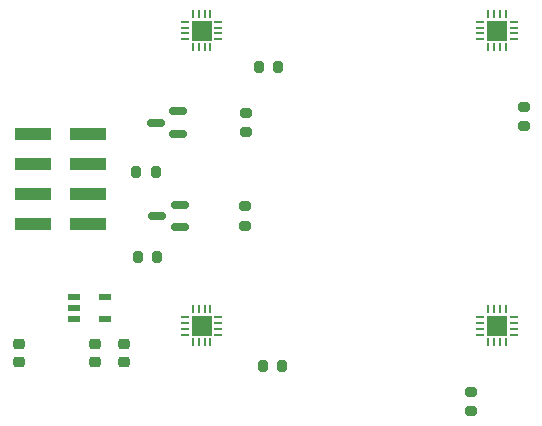
<source format=gbr>
%TF.GenerationSoftware,KiCad,Pcbnew,7.0.6*%
%TF.CreationDate,2023-08-06T23:15:07-05:00*%
%TF.ProjectId,MLX90393_board2,4d4c5839-3033-4393-935f-626f61726432,rev?*%
%TF.SameCoordinates,Original*%
%TF.FileFunction,Paste,Top*%
%TF.FilePolarity,Positive*%
%FSLAX46Y46*%
G04 Gerber Fmt 4.6, Leading zero omitted, Abs format (unit mm)*
G04 Created by KiCad (PCBNEW 7.0.6) date 2023-08-06 23:15:07*
%MOMM*%
%LPD*%
G01*
G04 APERTURE LIST*
G04 Aperture macros list*
%AMRoundRect*
0 Rectangle with rounded corners*
0 $1 Rounding radius*
0 $2 $3 $4 $5 $6 $7 $8 $9 X,Y pos of 4 corners*
0 Add a 4 corners polygon primitive as box body*
4,1,4,$2,$3,$4,$5,$6,$7,$8,$9,$2,$3,0*
0 Add four circle primitives for the rounded corners*
1,1,$1+$1,$2,$3*
1,1,$1+$1,$4,$5*
1,1,$1+$1,$6,$7*
1,1,$1+$1,$8,$9*
0 Add four rect primitives between the rounded corners*
20,1,$1+$1,$2,$3,$4,$5,0*
20,1,$1+$1,$4,$5,$6,$7,0*
20,1,$1+$1,$6,$7,$8,$9,0*
20,1,$1+$1,$8,$9,$2,$3,0*%
G04 Aperture macros list end*
%ADD10RoundRect,0.200000X0.275000X-0.200000X0.275000X0.200000X-0.275000X0.200000X-0.275000X-0.200000X0*%
%ADD11R,1.104902X0.622301*%
%ADD12R,3.170003X1.000000*%
%ADD13RoundRect,0.150000X0.587500X0.150000X-0.587500X0.150000X-0.587500X-0.150000X0.587500X-0.150000X0*%
%ADD14RoundRect,0.225000X-0.250000X0.225000X-0.250000X-0.225000X0.250000X-0.225000X0.250000X0.225000X0*%
%ADD15R,0.664999X0.280010*%
%ADD16R,0.280010X0.664999*%
%ADD17R,1.750013X1.750013*%
%ADD18RoundRect,0.200000X0.200000X0.275000X-0.200000X0.275000X-0.200000X-0.275000X0.200000X-0.275000X0*%
%ADD19RoundRect,0.200000X-0.200000X-0.275000X0.200000X-0.275000X0.200000X0.275000X-0.200000X0.275000X0*%
G04 APERTURE END LIST*
D10*
%TO.C,R3*%
X172800000Y-132225000D03*
X172800000Y-130575000D03*
%TD*%
%TO.C,R20*%
X153700000Y-116525000D03*
X153700000Y-114875000D03*
%TD*%
D11*
%TO.C,U5*%
X139200025Y-122550267D03*
X139200025Y-123499467D03*
X139200025Y-124449682D03*
X141799975Y-124449682D03*
X141799975Y-122550267D03*
%TD*%
D12*
%TO.C,J1*%
X140419845Y-108749992D03*
X135759952Y-108749992D03*
X140419845Y-111289997D03*
X135759952Y-111289997D03*
X140419845Y-113830003D03*
X135759952Y-113830003D03*
X140419845Y-116370008D03*
X135759952Y-116370008D03*
%TD*%
D13*
%TO.C,Q2*%
X148137500Y-116650000D03*
X148137500Y-114750000D03*
X146262500Y-115700000D03*
%TD*%
D14*
%TO.C,C3*%
X134500000Y-126500000D03*
X134500000Y-128050000D03*
%TD*%
D15*
%TO.C,M1*%
X148592583Y-99249936D03*
X148592583Y-99750064D03*
X148592583Y-100249936D03*
X148592583Y-100750064D03*
D16*
X149249936Y-101407417D03*
X149750064Y-101407417D03*
X150249936Y-101407417D03*
X150750064Y-101407417D03*
D15*
X151407417Y-100750064D03*
X151407417Y-100249936D03*
X151407417Y-99750064D03*
X151407417Y-99249936D03*
D16*
X150750064Y-98592583D03*
X150249936Y-98592583D03*
X149750064Y-98592583D03*
X149249936Y-98592583D03*
D17*
X150000000Y-100000000D03*
%TD*%
D15*
%TO.C,M2*%
X173592583Y-99249936D03*
X173592583Y-99750064D03*
X173592583Y-100249936D03*
X173592583Y-100750064D03*
D16*
X174249936Y-101407417D03*
X174750064Y-101407417D03*
X175249936Y-101407417D03*
X175750064Y-101407417D03*
D15*
X176407417Y-100750064D03*
X176407417Y-100249936D03*
X176407417Y-99750064D03*
X176407417Y-99249936D03*
D16*
X175750064Y-98592583D03*
X175249936Y-98592583D03*
X174750064Y-98592583D03*
X174249936Y-98592583D03*
D17*
X175000000Y-100000000D03*
%TD*%
D10*
%TO.C,R19*%
X153800000Y-108625000D03*
X153800000Y-106975000D03*
%TD*%
D18*
%TO.C,R1*%
X156825000Y-128400000D03*
X155175000Y-128400000D03*
%TD*%
%TO.C,R4*%
X156500000Y-103050000D03*
X154850000Y-103050000D03*
%TD*%
D13*
%TO.C,Q1*%
X148037500Y-108750000D03*
X148037500Y-106850000D03*
X146162500Y-107800000D03*
%TD*%
D15*
%TO.C,M4*%
X173592583Y-124249936D03*
X173592583Y-124750064D03*
X173592583Y-125249936D03*
X173592583Y-125750064D03*
D16*
X174249936Y-126407417D03*
X174750064Y-126407417D03*
X175249936Y-126407417D03*
X175750064Y-126407417D03*
D15*
X176407417Y-125750064D03*
X176407417Y-125249936D03*
X176407417Y-124750064D03*
X176407417Y-124249936D03*
D16*
X175750064Y-123592583D03*
X175249936Y-123592583D03*
X174750064Y-123592583D03*
X174249936Y-123592583D03*
D17*
X175000000Y-125000000D03*
%TD*%
D19*
%TO.C,R18*%
X144475000Y-111950000D03*
X146125000Y-111950000D03*
%TD*%
D14*
%TO.C,C1*%
X143400000Y-126525000D03*
X143400000Y-128075000D03*
%TD*%
%TO.C,C2*%
X141000000Y-126525000D03*
X141000000Y-128075000D03*
%TD*%
D19*
%TO.C,R17*%
X144575000Y-119200000D03*
X146225000Y-119200000D03*
%TD*%
D10*
%TO.C,R2*%
X177300000Y-108125000D03*
X177300000Y-106475000D03*
%TD*%
D15*
%TO.C,M3*%
X148592583Y-124249936D03*
X148592583Y-124750064D03*
X148592583Y-125249936D03*
X148592583Y-125750064D03*
D16*
X149249936Y-126407417D03*
X149750064Y-126407417D03*
X150249936Y-126407417D03*
X150750064Y-126407417D03*
D15*
X151407417Y-125750064D03*
X151407417Y-125249936D03*
X151407417Y-124750064D03*
X151407417Y-124249936D03*
D16*
X150750064Y-123592583D03*
X150249936Y-123592583D03*
X149750064Y-123592583D03*
X149249936Y-123592583D03*
D17*
X150000000Y-125000000D03*
%TD*%
M02*

</source>
